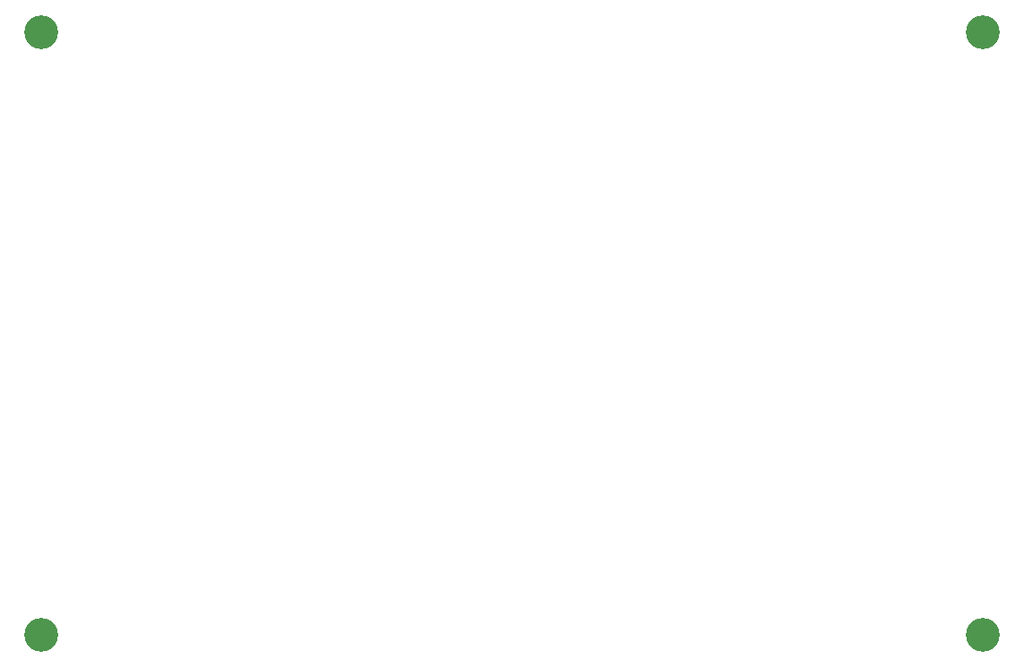
<source format=gbr>
%TF.GenerationSoftware,KiCad,Pcbnew,9.0.6*%
%TF.CreationDate,2026-01-11T11:54:54+09:00*%
%TF.ProjectId,MH01852029121Z2_MJ-HF_control,4d483031-3835-4323-9032-393132315a32,rev?*%
%TF.SameCoordinates,Original*%
%TF.FileFunction,NonPlated,1,2,NPTH,Drill*%
%TF.FilePolarity,Positive*%
%FSLAX46Y46*%
G04 Gerber Fmt 4.6, Leading zero omitted, Abs format (unit mm)*
G04 Created by KiCad (PCBNEW 9.0.6) date 2026-01-11 11:54:54*
%MOMM*%
%LPD*%
G01*
G04 APERTURE LIST*
%TA.AperFunction,ComponentDrill*%
%ADD10C,3.200000*%
%TD*%
G04 APERTURE END LIST*
D10*
%TO.C,REF\u002A\u002A*%
X164750000Y-29000000D03*
X164750000Y-86000000D03*
X253750000Y-29000000D03*
X253750000Y-86000000D03*
M02*

</source>
